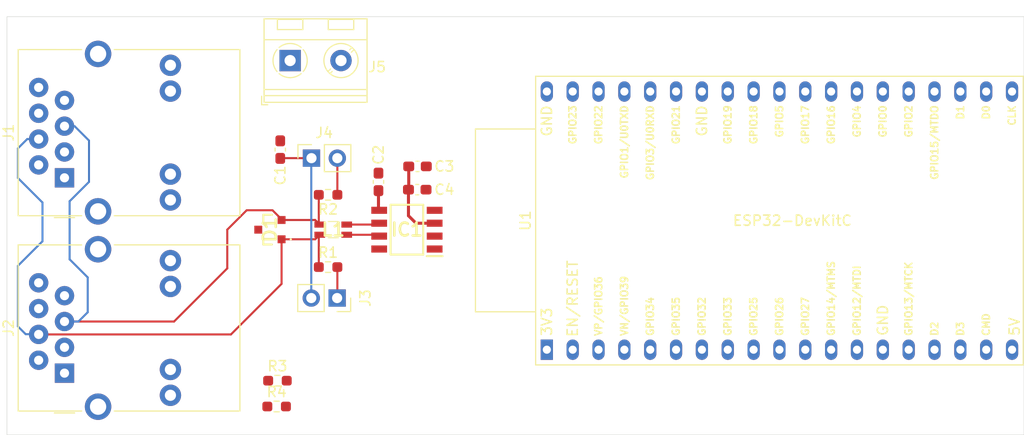
<source format=kicad_pcb>
(kicad_pcb (version 20240108) (generator "pcbnew") (generator_version "8.0")
  (layers (0 "F.Cu" signal) (31 "B.Cu" signal) (34 "B.Paste" user) (35 "F.Paste" user) (36 "B.SilkS" user "B.Silkscreen") (37 "F.SilkS" user "F.Silkscreen") (38 "B.Mask" user) (39 "F.Mask" user) (44 "Edge.Cuts" user))
  (net 0 "")
  (net 1 "GND")
  (net 2 "Net-(J3-Pin_2)")
  (net 3 "Net-(IC1-RXD)")
  (net 4 "Net-(IC1-VIO)")
  (net 5 "Net-(IC1-VCC)")
  (net 6 "Net-(IC1-CANH)")
  (net 7 "Net-(IC1-TXD)")
  (net 8 "Net-(IC1-CANL)")
  (net 9 "Net-(D1-Pad1)")
  (net 11 "Net-(D1-Pad2)")
  (net 25 "Net-(J3-Pin_1)")
  (net 26 "Net-(J4-Pin_2)")
  (net 27 "Net-(J2-Pad12)")
  (net 28 "Net-(U1-GPIO16)")
  (net 29 "Net-(U1-GPIO17)")
  (net 30 "Net-(J2-Pad10)")
  (footprint "Connector_RJ:RJ45_Bel_SI-60062-F" (layer "F.Cu") (at 39.12 112.162 90)
    (property "Reference" "J2" (at 4.445 -5.49 -90) (layer "F.SilkS"))
    (property "Value" "RJ45_LED_Shielded")
    (fp_line (start 12.62 -4.55) (end 12.615 1.69) (stroke (width 0.12)) (layer "F.SilkS"))
    (fp_line (start -3.73 -4.55) (end 12.62 -4.55) (stroke (width 0.12)) (layer "F.SilkS"))
    (fp_line (start -3.915 -1) (end -3.915 1) (stroke (width 0.12)) (layer "F.SilkS"))
    (fp_line (start -3.73 1.69) (end -3.73 -4.55) (stroke (width 0.12)) (layer "F.SilkS"))
    (fp_line (start 12.62 4.89) (end 12.62 17.24) (stroke (width 0.12)) (layer "F.SilkS"))
    (fp_line (start 12.62 17.24) (end -3.73 17.24) (stroke (width 0.12)) (layer "F.SilkS"))
    (fp_line (start -3.73 17.24) (end -3.73 4.89) (stroke (width 0.12)) (layer "F.SilkS"))
    (pad "" np_thru_hole circle (at -1.27 6.35 90) (size 3.25 3.25) (drill 3.25) (layers "*.Cu" "*.Mask"))
    (pad "" np_thru_hole circle (at 10.16 6.35 90) (size 3.25 3.25) (drill 3.25) (layers "*.Cu" "*.Mask"))
    (pad "1" thru_hole rect (at 0 0 90) (size 1.9 1.9) (drill 0.9) (layers "*.Cu" "*.Mask"))
    (pad "2" thru_hole circle (at 1.27 -2.54 90) (size 1.9 1.9) (drill 0.9) (layers "*.Cu" "*.Mask"))
    (pad "3" thru_hole circle (at 2.54 0 90) (size 1.9 1.9) (drill 0.9) (layers "*.Cu" "*.Mask"))
    (pad "4" thru_hole circle (at 3.81 -2.54 90) (size 1.9 1.9) (drill 0.9) (layers "*.Cu" "*.Mask") (net 9 "Net-(D1-Pad1)"))
    (pad "5" thru_hole circle (at 5.08 0 90) (size 1.9 1.9) (drill 0.9) (layers "*.Cu" "*.Mask") (net 11 "Net-(D1-Pad2)"))
    (pad "6" thru_hole circle (at 6.35 -2.54 90) (size 1.9 1.9) (drill 0.9) (layers "*.Cu" "*.Mask"))
    (pad "7" thru_hole circle (at 7.62 0 90) (size 1.9 1.9) (drill 0.9) (layers "*.Cu" "*.Mask"))
    (pad "8" thru_hole circle (at 8.89 -2.54 90) (size 1.9 1.9) (drill 0.9) (layers "*.Cu" "*.Mask"))
    (pad "9" thru_hole circle (at -2.18 10.41 90) (size 2.1 2.1) (drill 1.1) (layers "*.Cu" "*.Mask") (net 1 "GND"))
    (pad "10" thru_hole circle (at 0.36 10.41 90) (size 2.1 2.1) (drill 1.1) (layers "*.Cu" "*.Mask") (net 30 "Net-(J2-Pad10)"))
    (pad "11" thru_hole circle (at 8.53 10.41 90) (size 2.1 2.1) (drill 1.1) (layers "*.Cu" "*.Mask") (net 1 "GND"))
    (pad "12" thru_hole circle (at 11.07 10.41 90) (size 2.1 2.1) (drill 1.1) (layers "*.Cu" "*.Mask") (net 27 "Net-(J2-Pad12)"))
    (pad "SH" thru_hole circle (at -3.3 3.3 90) (size 2.6 2.6) (drill 1.6) (layers "*.Cu" "*.Mask"))
    (pad "SH" thru_hole circle (at 12.19 3.3 90) (size 2.6 2.6) (drill 1.6) (layers "*.Cu" "*.Mask"))
  )
  (footprint "Resistor_SMD:R_0603_1608Metric_Pad0.98x0.95mm_HandSolder" (layer "F.Cu") (at 65.024 101.727)
    (property "Reference" "R1" (at 0 -1.43 0) (layer "F.SilkS"))
    (property "Value" "R")
    (fp_line (start -0.254724 -0.5225) (end 0.254724 -0.5225) (stroke (width 0.12)) (layer "F.SilkS"))
    (fp_line (start -0.254724 0.5225) (end 0.254724 0.5225) (stroke (width 0.12)) (layer "F.SilkS"))
    (pad "1" smd roundrect (at -0.9125 0) (size 0.975 0.95) (layers "F.Cu" "F.Paste" "F.Mask") (net 9 "Net-(D1-Pad1)"))
    (pad "2" smd roundrect (at 0.9125 0) (size 0.975 0.95) (layers "F.Cu" "F.Paste" "F.Mask") (net 25 "Net-(J3-Pin_1)"))
  )
  (footprint "Connector_PinSocket_2.54mm:PinSocket_1x02_P2.54mm_Vertical" (layer "F.Cu") (at 63.393 91.009 90)
    (property "Reference" "J4" (at 2.49 1.25 0) (layer "F.SilkS"))
    (property "Value" "Conn_01x02_Pin")
    (fp_line (start 1.33 -1.33) (end 1.33 0) (stroke (width 0.12)) (layer "F.SilkS"))
    (fp_line (start 0 -1.33) (end 1.33 -1.33) (stroke (width 0.12)) (layer "F.SilkS"))
    (fp_line (start 1.33 1.27) (end 1.33 3.87) (stroke (width 0.12)) (layer "F.SilkS"))
    (fp_line (start -1.33 1.27) (end 1.33 1.27) (stroke (width 0.12)) (layer "F.SilkS"))
    (fp_line (start -1.33 1.27) (end -1.33 3.87) (stroke (width 0.12)) (layer "F.SilkS"))
    (fp_line (start -1.33 3.87) (end 1.33 3.87) (stroke (width 0.12)) (layer "F.SilkS"))
    (pad "1" thru_hole rect (at 0 0 90) (size 1.7 1.7) (drill 1) (layers "*.Cu" "*.Mask") (net 2 "Net-(J3-Pin_2)"))
    (pad "2" thru_hole oval (at 0 2.54 90) (size 1.7 1.7) (drill 1) (layers "*.Cu" "*.Mask") (net 26 "Net-(J4-Pin_2)"))
  )
  (footprint "Capacitor_SMD:C_0603_1608Metric_Pad1.08x0.95mm_HandSolder" (layer "F.Cu") (at 60.325 90.17 90)
    (property "Reference" "C1" (at -2.54 0 270) (layer "F.SilkS"))
    (property "Value" "C")
    (fp_line (start -0.146267 -0.51) (end 0.146267 -0.51) (stroke (width 0.12)) (layer "F.SilkS"))
    (fp_line (start -0.146267 0.51) (end 0.146267 0.51) (stroke (width 0.12)) (layer "F.SilkS"))
    (pad "1" smd roundrect (at -0.8625 0 90) (size 1.075 0.95) (layers "F.Cu" "F.Paste" "F.Mask") (net 2 "Net-(J3-Pin_2)"))
    (pad "2" smd roundrect (at 0.8625 0 90) (size 1.075 0.95) (layers "F.Cu" "F.Paste" "F.Mask") (net 1 "GND"))
  )
  (footprint "footprints:SDCW32162222TF" (layer "F.Cu") (at 65.532 98.044 180)
    (property "Reference" "L1" (at 0 0 180) (layer "F.SilkS") (effects (font (size 1.27 1.27) (thickness 0.254))))
    (property "Value" "SDCW3216-2-222TF" (hide yes))
    (fp_line (start -0.5 0.8) (end 0.5 0.8) (stroke (width 0.1)) (layer "F.SilkS"))
    (fp_line (start -0.5 -0.8) (end 0.5 -0.8) (stroke (width 0.1)) (layer "F.SilkS"))
    (pad "1" smd rect (at -1.325 0.5 270) (size 0.6 1.05) (layers "F.Cu" "F.Paste" "F.Mask") (net 8 "Net-(IC1-CANL)"))
    (pad "2" smd rect (at 1.325 0.5 270) (size 0.6 1.05) (layers "F.Cu" "F.Paste" "F.Mask") (net 11 "Net-(D1-Pad2)"))
    (pad "3" smd rect (at 1.325 -0.5 270) (size 0.6 1.05) (layers "F.Cu" "F.Paste" "F.Mask") (net 9 "Net-(D1-Pad1)"))
    (pad "4" smd rect (at -1.325 -0.5 270) (size 0.6 1.05) (layers "F.Cu" "F.Paste" "F.Mask") (net 6 "Net-(IC1-CANH)"))
  )
  (footprint "Capacitor_SMD:C_0603_1608Metric_Pad1.08x0.95mm_HandSolder" (layer "F.Cu") (at 73.8135 91.821)
    (property "Reference" "C3" (at 2.6405 0 0) (layer "F.SilkS"))
    (property "Value" "C")
    (fp_line (start -0.146267 -0.51) (end 0.146267 -0.51) (stroke (width 0.12)) (layer "F.SilkS"))
    (fp_line (start -0.146267 0.51) (end 0.146267 0.51) (stroke (width 0.12)) (layer "F.SilkS"))
    (pad "1" smd roundrect (at -0.8625 0) (size 1.075 0.95) (layers "F.Cu" "F.Paste" "F.Mask") (net 5 "Net-(IC1-VCC)"))
    (pad "2" smd roundrect (at 0.8625 0) (size 1.075 0.95) (layers "F.Cu" "F.Paste" "F.Mask") (net 1 "GND"))
  )
  (footprint "footprints:SM24CANB02HTG" (layer "F.Cu") (at 59.309 98.044 90)
    (property "Reference" "D1" (at 0 0 -90) (layer "F.SilkS") (effects (font (size 1.27 1.27) (thickness 0.254))))
    (property "Value" "SM24CANB-02HTG" (hide yes))
    (fp_line (start 1.46 -0.65) (end 1.46 0.2) (stroke (width 0.2)) (layer "F.SilkS"))
    (fp_line (start 0.8 -0.65) (end 1.46 -0.65) (stroke (width 0.2)) (layer "F.SilkS"))
    (fp_line (start -0.8 -0.65) (end -1.46 -0.65) (stroke (width 0.2)) (layer "F.SilkS"))
    (fp_line (start -1.46 -0.65) (end -1.46 0.2) (stroke (width 0.2)) (layer "F.SilkS"))
    (fp_line (start -0.95 2) (end -0.95 2) (stroke (width 0.1)) (layer "F.SilkS"))
    (fp_line (start -0.95 2.1) (end -0.95 2.1) (stroke (width 0.1)) (layer "F.SilkS"))
    (fp_arc (start -0.95 2) (mid -0.9 2.05) (end -0.95 2.1) (stroke (width 0.1)) (layer "F.SilkS"))
    (fp_arc (start -0.95 2.1) (mid -1 2.05) (end -0.95 2) (stroke (width 0.1)) (layer "F.SilkS"))
    (pad "1" smd rect (at -0.95 1.145 90) (size 0.78 0.78) (layers "F.Cu" "F.Paste" "F.Mask") (net 9 "Net-(D1-Pad1)"))
    (pad "2" smd rect (at 0.95 1.145 90) (size 0.78 0.78) (layers "F.Cu" "F.Paste" "F.Mask") (net 11 "Net-(D1-Pad2)"))
    (pad "3" smd rect (at 0 -1.145 90) (size 0.78 0.78) (layers "F.Cu" "F.Paste" "F.Mask") (net 1 "GND"))
  )
  (footprint "footprints:SOIC127P600X175-8N" (layer "F.Cu") (at 72.771 98.044 180)
    (property "Reference" "IC1" (at 0 0 180) (layer "F.SilkS") (effects (font (size 1.27 1.27) (thickness 0.254))))
    (property "Value" "TJA1441AT" (hide yes))
    (fp_line (start 1.6 2.45) (end -1.6 2.45) (stroke (width 0.2)) (layer "F.SilkS"))
    (fp_line (start 1.6 -2.45) (end 1.6 2.45) (stroke (width 0.2)) (layer "F.SilkS"))
    (fp_line (start -1.6 2.45) (end -1.6 -2.45) (stroke (width 0.2)) (layer "F.SilkS"))
    (fp_line (start -1.6 -2.45) (end 1.6 -2.45) (stroke (width 0.2)) (layer "F.SilkS"))
    (fp_line (start -3.5 -2.605) (end -1.95 -2.605) (stroke (width 0.2)) (layer "F.SilkS"))
    (pad "1" smd rect (at -2.725 -1.905 270) (size 0.7 1.55) (layers "F.Cu" "F.Paste" "F.Mask") (net 7 "Net-(IC1-TXD)"))
    (pad "2" smd rect (at -2.725 -0.635 270) (size 0.7 1.55) (layers "F.Cu" "F.Paste" "F.Mask") (net 1 "GND"))
    (pad "3" smd rect (at -2.725 0.635 270) (size 0.7 1.55) (layers "F.Cu" "F.Paste" "F.Mask") (net 5 "Net-(IC1-VCC)"))
    (pad "4" smd rect (at -2.725 1.905 270) (size 0.7 1.55) (layers "F.Cu" "F.Paste" "F.Mask") (net 3 "Net-(IC1-RXD)"))
    (pad "5" smd rect (at 2.725 1.905 270) (size 0.7 1.55) (layers "F.Cu" "F.Paste" "F.Mask") (net 4 "Net-(IC1-VIO)"))
    (pad "6" smd rect (at 2.725 0.635 270) (size 0.7 1.55) (layers "F.Cu" "F.Paste" "F.Mask") (net 8 "Net-(IC1-CANL)"))
    (pad "7" smd rect (at 2.725 -0.635 270) (size 0.7 1.55) (layers "F.Cu" "F.Paste" "F.Mask") (net 6 "Net-(IC1-CANH)"))
    (pad "8" smd rect (at 2.725 -1.905 270) (size 0.7 1.55) (layers "F.Cu" "F.Paste" "F.Mask") (net 1 "GND"))
  )
  (footprint "Connector_RJ:RJ45_Bel_SI-60062-F" (layer "F.Cu") (at 39.12 92.943 90)
    (property "Reference" "J1" (at 4.445 -5.49 -90) (layer "F.SilkS"))
    (property "Value" "RJ45_LED_Shielded")
    (fp_line (start 12.62 -4.55) (end 12.615 1.69) (stroke (width 0.12)) (layer "F.SilkS"))
    (fp_line (start -3.73 -4.55) (end 12.62 -4.55) (stroke (width 0.12)) (layer "F.SilkS"))
    (fp_line (start -3.915 -1) (end -3.915 1) (stroke (width 0.12)) (layer "F.SilkS"))
    (fp_line (start -3.73 1.69) (end -3.73 -4.55) (stroke (width 0.12)) (layer "F.SilkS"))
    (fp_line (start 12.62 4.89) (end 12.62 17.24) (stroke (width 0.12)) (layer "F.SilkS"))
    (fp_line (start 12.62 17.24) (end -3.73 17.24) (stroke (width 0.12)) (layer "F.SilkS"))
    (fp_line (start -3.73 17.24) (end -3.73 4.89) (stroke (width 0.12)) (layer "F.SilkS"))
    (pad "" np_thru_hole circle (at -1.27 6.35 90) (size 3.25 3.25) (drill 3.25) (layers "*.Cu" "*.Mask"))
    (pad "" np_thru_hole circle (at 10.16 6.35 90) (size 3.25 3.25) (drill 3.25) (layers "*.Cu" "*.Mask"))
    (pad "1" thru_hole rect (at 0 0 90) (size 1.9 1.9) (drill 0.9) (layers "*.Cu" "*.Mask"))
    (pad "2" thru_hole circle (at 1.27 -2.54 90) (size 1.9 1.9) (drill 0.9) (layers "*.Cu" "*.Mask"))
    (pad "3" thru_hole circle (at 2.54 0 90) (size 1.9 1.9) (drill 0.9) (layers "*.Cu" "*.Mask"))
    (pad "4" thru_hole circle (at 3.81 -2.54 90) (size 1.9 1.9) (drill 0.9) (layers "*.Cu" "*.Mask") (net 9 "Net-(D1-Pad1)"))
    (pad "5" thru_hole circle (at 5.08 0 90) (size 1.9 1.9) (drill 0.9) (layers "*.Cu" "*.Mask") (net 11 "Net-(D1-Pad2)"))
    (pad "6" thru_hole circle (at 6.35 -2.54 90) (size 1.9 1.9) (drill 0.9) (layers "*.Cu" "*.Mask"))
    (pad "7" thru_hole circle (at 7.62 0 90) (size 1.9 1.9) (drill 0.9) (layers "*.Cu" "*.Mask"))
    (pad "8" thru_hole circle (at 8.89 -2.54 90) (size 1.9 1.9) (drill 0.9) (layers "*.Cu" "*.Mask"))
    (pad "9" thru_hole circle (at -2.18 10.41 90) (size 2.1 2.1) (drill 1.1) (layers "*.Cu" "*.Mask"))
    (pad "10" thru_hole circle (at 0.36 10.41 90) (size 2.1 2.1) (drill 1.1) (layers "*.Cu" "*.Mask"))
    (pad "11" thru_hole circle (at 8.53 10.41 90) (size 2.1 2.1) (drill 1.1) (layers "*.Cu" "*.Mask"))
    (pad "12" thru_hole circle (at 11.07 10.41 90) (size 2.1 2.1) (drill 1.1) (layers "*.Cu" "*.Mask"))
    (pad "SH" thru_hole circle (at -3.3 3.3 90) (size 2.6 2.6) (drill 1.6) (layers "*.Cu" "*.Mask"))
    (pad "SH" thru_hole circle (at 12.19 3.3 90) (size 2.6 2.6) (drill 1.6) (layers "*.Cu" "*.Mask"))
  )
  (footprint "Connector_PinSocket_2.54mm:PinSocket_1x02_P2.54mm_Vertical" (layer "F.Cu") (at 65.913 104.775 -90)
    (property "Reference" "J3" (at 0 -2.77 90) (layer "F.SilkS"))
    (property "Value" "Conn_01x02_Pin")
    (fp_line (start -1.33 3.87) (end 1.33 3.87) (stroke (width 0.12)) (layer "F.SilkS"))
    (fp_line (start -1.33 1.27) (end -1.33 3.87) (stroke (width 0.12)) (layer "F.SilkS"))
    (fp_line (start -1.33 1.27) (end 1.33 1.27) (stroke (width 0.12)) (layer "F.SilkS"))
    (fp_line (start 1.33 1.27) (end 1.33 3.87) (stroke (width 0.12)) (layer "F.SilkS"))
    (fp_line (start 0 -1.33) (end 1.33 -1.33) (stroke (width 0.12)) (layer "F.SilkS"))
    (fp_line (start 1.33 -1.33) (end 1.33 0) (stroke (width 0.12)) (layer "F.SilkS"))
    (pad "1" thru_hole rect (at 0 0 270) (size 1.7 1.7) (drill 1) (layers "*.Cu" "*.Mask") (net 25 "Net-(J3-Pin_1)"))
    (pad "2" thru_hole oval (at 0 2.54 270) (size 1.7 1.7) (drill 1) (layers "*.Cu" "*.Mask") (net 2 "Net-(J3-Pin_2)"))
  )
  (footprint "Capacitor_SMD:C_0603_1608Metric_Pad1.08x0.95mm_HandSolder" (layer "F.Cu") (at 73.787 94.107)
    (property "Reference" "C4" (at 2.667 0 0) (layer "F.SilkS"))
    (property "Value" "C")
    (fp_line (start -0.146267 -0.51) (end 0.146267 -0.51) (stroke (width 0.12)) (layer "F.SilkS"))
    (fp_line (start -0.146267 0.51) (end 0.146267 0.51) (stroke (width 0.12)) (layer "F.SilkS"))
    (pad "1" smd roundrect (at -0.8625 0) (size 1.075 0.95) (layers "F.Cu" "F.Paste" "F.Mask") (net 5 "Net-(IC1-VCC)"))
    (pad "2" smd roundrect (at 0.8625 0) (size 1.075 0.95) (layers "F.Cu" "F.Paste" "F.Mask") (net 1 "GND"))
  )
  (footprint "Capacitor_SMD:C_0603_1608Metric_Pad1.08x0.95mm_HandSolder" (layer "F.Cu") (at 69.977 93.345 90)
    (property "Reference" "C2" (at 2.667 0 -90) (layer "F.SilkS"))
    (property "Value" "C")
    (fp_line (start -0.146267 -0.51) (end 0.146267 -0.51) (stroke (width 0.12)) (layer "F.SilkS"))
    (fp_line (start -0.146267 0.51) (end 0.146267 0.51) (stroke (width 0.12)) (layer "F.SilkS"))
    (pad "1" smd roundrect (at -0.8625 0 90) (size 1.075 0.95) (layers "F.Cu" "F.Paste" "F.Mask") (net 4 "Net-(IC1-VIO)"))
    (pad "2" smd roundrect (at 0.8625 0 90) (size 1.075 0.95) (layers "F.Cu" "F.Paste" "F.Mask") (net 1 "GND"))
  )
  (footprint "TerminalBlock_RND:TerminalBlock_RND_205-00045_1x02_P5.00mm_Horizontal" (layer "F.Cu") (at 61.294 81.407)
    (property "Reference" "J5" (at 8.556 0.635 360) (layer "F.SilkS"))
    (property "Value" "Screw_Terminal_01x02")
    (fp_line (start -2.8 3.51) (end -2.8 4.35) (stroke (width 0.12)) (layer "F.SilkS"))
    (fp_line (start -2.8 4.35) (end -2.2 4.35) (stroke (width 0.12)) (layer "F.SilkS"))
    (fp_line (start -2.56 -4.11) (end -2.56 4.11) (stroke (width 0.12)) (layer "F.SilkS"))
    (fp_line (start -2.56 -4.11) (end 7.56 -4.11) (stroke (width 0.12)) (layer "F.SilkS"))
    (fp_line (start -2.56 -2.05) (end 7.56 -2.05) (stroke (width 0.12)) (layer "F.SilkS"))
    (fp_line (start -2.56 2.85) (end 7.56 2.85) (stroke (width 0.12)) (layer "F.SilkS"))
    (fp_line (start -2.56 3.45) (end 7.56 3.45) (stroke (width 0.12)) (layer "F.SilkS"))
    (fp_line (start -2.56 4.11) (end 7.56 4.11) (stroke (width 0.12)) (layer "F.SilkS"))
    (fp_line (start -1.25 -4.05) (end -1.25 -3.05) (stroke (width 0.12)) (layer "F.SilkS"))
    (fp_line (start -1.25 -4.05) (end 1.25 -4.05) (stroke (width 0.12)) (layer "F.SilkS"))
    (fp_line (start -1.25 -3.05) (end 1.25 -3.05) (stroke (width 0.12)) (layer "F.SilkS"))
    (fp_line (start 1.25 -4.05) (end 1.25 -3.05) (stroke (width 0.12)) (layer "F.SilkS"))
    (fp_line (start 3.75 -4.05) (end 3.75 -3.05) (stroke (width 0.12)) (layer "F.SilkS"))
    (fp_line (start 3.75 -4.05) (end 6.25 -4.05) (stroke (width 0.12)) (layer "F.SilkS"))
    (fp_line (start 3.75 -3.05) (end 6.25 -3.05) (stroke (width 0.12)) (layer "F.SilkS"))
    (fp_line (start 3.972 0.823) (end 3.726 1.069) (stroke (width 0.12)) (layer "F.SilkS"))
    (fp_line (start 4.13 1.075) (end 3.931 1.274) (stroke (width 0.12)) (layer "F.SilkS"))
    (fp_line (start 6.07 -1.275) (end 5.859 -1.064) (stroke (width 0.12)) (layer "F.SilkS"))
    (fp_line (start 6.25 -4.05) (end 6.25 -3.05) (stroke (width 0.12)) (layer "F.SilkS"))
    (fp_line (start 6.275 -1.069) (end 6.029 -0.823) (stroke (width 0.12)) (layer "F.SilkS"))
    (fp_line (start 7.56 -4.11) (end 7.56 4.11) (stroke (width 0.12)) (layer "F.SilkS"))
    (fp_arc (start -1.288062 1.079734) (mid -1.680752 -0.000826) (end -1.287 -1.081) (stroke (width 0.12)) (layer "F.SilkS"))
    (fp_arc (start -1.079908 -1.287078) (mid 0.00006 -1.68011) (end 1.08 -1.287) (stroke (width 0.12)) (layer "F.SilkS"))
    (fp_arc (start 0.028507 1.680511) (mid -0.561826 1.584071) (end -1.081 1.287) (stroke (width 0.12)) (layer "F.SilkS"))
    (fp_arc (start 1.079883 1.286955) (mid 0.574594 1.578684) (end 0 1.68) (stroke (width 0.12)) (layer "F.SilkS"))
    (fp_arc (start 1.287078 -1.079908) (mid 1.68011 0.00006) (end 1.287 1.08) (stroke (width 0.12)) (layer "F.SilkS"))
    (fp_circle (center 5 0) (end 6.68 0) (stroke (width 0.12)) (fill none) (layer "F.SilkS"))
    (pad "1" thru_hole rect (at 0 0) (size 2.1 2.1) (drill 1.1) (layers "*.Cu" "*.Mask") (net 1 "GND"))
    (pad "2" thru_hole circle (at 5 0) (size 2.1 2.1) (drill 1.1) (layers "*.Cu" "*.Mask") (net 5 "Net-(IC1-VCC)"))
  )
  (footprint "Resistor_SMD:R_0603_1608Metric_Pad0.98x0.95mm_HandSolder" (layer "F.Cu") (at 59.9675 115.443)
    (property "Reference" "R4" (at 0 -1.43 0) (layer "F.SilkS"))
    (property "Value" "R")
    (fp_line (start -0.254724 -0.5225) (end 0.254724 -0.5225) (stroke (width 0.12)) (layer "F.SilkS"))
    (fp_line (start -0.254724 0.5225) (end 0.254724 0.5225) (stroke (width 0.12)) (layer "F.SilkS"))
    (pad "1" smd roundrect (at -0.9125 0) (size 0.975 0.95) (layers "F.Cu" "F.Paste" "F.Mask") (net 30 "Net-(J2-Pad10)"))
    (pad "2" smd roundrect (at 0.9125 0) (size 0.975 0.95) (layers "F.Cu" "F.Paste" "F.Mask") (net 29 "Net-(U1-GPIO17)"))
  )
  (footprint "Resistor_SMD:R_0603_1608Metric_Pad0.98x0.95mm_HandSolder" (layer "F.Cu") (at 60.0475 112.903)
    (property "Reference" "R3" (at 0 -1.43 0) (layer "F.SilkS"))
    (property "Value" "R")
    (fp_line (start -0.254724 -0.5225) (end 0.254724 -0.5225) (stroke (width 0.12)) (layer "F.SilkS"))
    (fp_line (start -0.254724 0.5225) (end 0.254724 0.5225) (stroke (width 0.12)) (layer "F.SilkS"))
    (pad "1" smd roundrect (at -0.9125 0) (size 0.975 0.95) (layers "F.Cu" "F.Paste" "F.Mask") (net 27 "Net-(J2-Pad12)"))
    (pad "2" smd roundrect (at 0.9125 0) (size 0.975 0.95) (layers "F.Cu" "F.Paste" "F.Mask") (net 28 "Net-(U1-GPIO16)"))
  )
  (footprint "PCM_Espressif:ESP32-DevKitC" (layer "F.Cu") (at 86.52256 109.855 90)
    (property "Reference" "U1" (at 12.7 -2.1 -90) (layer "F.SilkS"))
    (property "Value" "ESP32-DevKitC" (at 12.7 24.13 0) (layer "F.SilkS"))
    (fp_line (start 21.71332 -7.01312) (end 21.71332 -1.12032) (stroke (width 0.12)) (layer "F.SilkS"))
    (fp_line (start 3.73012 -7.01312) (end 21.71332 -7.01312) (stroke (width 0.12)) (layer "F.SilkS"))
    (fp_line (start 3.73012 -1.12032) (end 3.73012 -7.01312) (stroke (width 0.12)) (layer "F.SilkS"))
    (fp_line (start 26.9 -1.1) (end -1.499999 -1.1) (stroke (width 0.12)) (layer "F.SilkS"))
    (fp_line (start -1.499999 -1.1) (end -1.5 46.82) (stroke (width 0.12)) (layer "F.SilkS"))
    (fp_line (start 26.899999 46.82) (end 26.9 -1.1) (stroke (width 0.12)) (layer "F.SilkS"))
    (fp_line (start -1.5 46.82) (end 26.899999 46.82) (stroke (width 0.12)) (layer "F.SilkS"))
    (fp_text user "VP/GPIO36" (at 1.27 5.08 90) (layer "F.SilkS") (effects (font (size 0.7 0.7)) (justify left)))
    (fp_text user "GND" (at 24.13 0 90) (layer "F.SilkS") (effects (justify right)))
    (fp_text user "GPIO33" (at 1.27 17.78 90) (layer "F.SilkS") (effects (font (size 0.7 0.7)) (justify left)))
    (fp_text user "GPIO19" (at 24.13 17.78 90) (layer "F.SilkS") (effects (font (size 0.7 0.7)) (justify right)))
    (fp_text user "CLK" (at 24.13 45.72 90) (layer "F.SilkS") (effects (font (size 0.7 0.7)) (justify right)))
    (fp_text user "GPIO18" (at 24.13 20.32 90) (layer "F.SilkS") (effects (font (size 0.7 0.7)) (justify right)))
    (fp_text user "CMD" (at 1.27 43.18 90) (layer "F.SilkS") (effects (font (size 0.7 0.7)) (justify left)))
    (fp_text user "GPIO27" (at 1.27 25.4 90) (layer "F.SilkS") (effects (font (size 0.7 0.7)) (justify left)))
    (fp_text user "GPIO2" (at 24.13 35.56 90) (layer "F.SilkS") (effects (font (size 0.7 0.7)) (justify right)))
    (fp_text user "GPIO1/U0TXD" (at 24.13 7.62 90) (layer "F.SilkS") (effects (font (size 0.7 0.7)) (justify right)))
    (fp_text user "GPIO12/MTDI" (at 1.27 30.48 90) (layer "F.SilkS") (effects (font (size 0.7 0.7)) (justify left)))
    (fp_text user "GPIO17" (at 24.13 25.4 90) (layer "F.SilkS") (effects (font (size 0.7 0.7)) (justify right)))
    (fp_text user "D0" (at 24.13 43.18 90) (layer "F.SilkS") (effects (font (size 0.7 0.7)) (justify right)))
    (fp_text user "GPIO5" (at 24.13 22.86 90) (layer "F.SilkS") (effects (font (size 0.7 0.7)) (justify right)))
    (fp_text user "GPIO23" (at 24.13 2.54 90) (layer "F.SilkS") (effects (font (size 0.7 0.7)) (justify right)))
    (fp_text user "GPIO22" (at 24.13 5.08 90) (layer "F.SilkS") (effects (font (size 0.7 0.7)) (justify right)))
    (fp_text user "GPIO16" (at 24.13 27.94 90) (layer "F.SilkS") (effects (font (size 0.7 0.7)) (justify right)))
    (fp_text user "GPIO13/MTCK" (at 1.27 35.56 90) (layer "F.SilkS") (effects (font (size 0.7 0.7)) (justify left)))
    (fp_text user "GND" (at 1.27 33.02 90) (layer "F.SilkS") (effects (justify left)))
    (fp_text user "3V3" (at 1.27 0 90) (layer "F.SilkS") (effects (justify left)))
    (fp_text user "GPIO25" (at 1.27 20.32 90) (layer "F.SilkS") (effects (font (size 0.7 0.7)) (justify left)))
    (fp_text user "GPIO15/MTDO" (at 24.13 38.1 90) (layer "F.SilkS") (effects (font (size 0.7 0.7)) (justify right)))
    (fp_text user "GPIO4" (at 24.13 30.48 90) (layer "F.SilkS") (effects (font (size 0.7 0.7)) (justify right)))
    (fp_text user "D1" (at 24.13 40.64 90) (layer "F.SilkS") (effects (font (size 0.7 0.7)) (justify right)))
    (fp_text user "GPIO3/U0RXD" (at 24.13 10.16 90) (layer "F.SilkS") (effects (font (size 0.7 0.7)) (justify right)))
    (fp_text user "GPIO34" (at 1.27 10.16 90) (layer "F.SilkS") (effects (font (size 0.7 0.7)) (justify left)))
    (fp_text user "EN/RESET" (at 8.88632 2.53728 90) (layer "F.SilkS") (effects (justify right)))
    (fp_text user "GPIO26" (at 1.27 22.86 90) (layer "F.SilkS") (effects (font (size 0.7 0.7)) (justify left)))
    (fp_text user "GPIO35" (at 1.27 12.7 90) (layer "F.SilkS") (effects (font (size 0.7 0.7)) (justify left)))
    (fp_text user "GPIO21" (at 24.13 12.7 90) (layer "F.SilkS") (effects (font (size 0.7 0.7)) (justify right)))
    (fp_text user "D3" (at 1.27 40.64 90) (layer "F.SilkS") (effects (font (size 0.7 0.7)) (justify left)))
    (fp_text user "GPIO14/MTMS" (at 1.27 27.94 90) (layer "F.SilkS") (effects (font (size 0.7 0.7)) (justify left)))
    (fp_text user "GPIO32" (at 1.27 15.24 90) (layer "F.SilkS") (effects (font (size 0.7 0.7)) (justify left)))
    (fp_text user "5V" (at 1.26632 45.97128 90) (layer "F.SilkS") (effects (justify left)))
    (fp_text user "D2" (at 1.27 38.1 90) (layer "F.SilkS") (effects (font (size 0.7 0.7)) (justify left)))
    (fp_text user "GPIO0" (at 24.13 33.02 90) (layer "F.SilkS") (effects (font (size 0.7 0.7)) (justify right)))
    (fp_text user "GND" (at 24.13 15.24 90) (layer "F.SilkS") (effects (justify right)))
    (fp_text user "VN/GPIO39" (at 1.27 7.62 90) (layer "F.SilkS") (effects (font (size 0.7 0.7)) (justify left)))
    (pad "1" thru_hole rect (at 0 0) (size 1.2 2) (drill 0.8) (layers "*.Cu" "*.Mask") (net 4 "Net-(IC1-VIO)"))
    (pad "2" thru_hole oval (at 0 2.54) (size 1.2 2) (drill 0.8) (layers "*.Cu" "*.Mask"))
    (pad "3" thru_hole oval (at 0 5.08) (size 1.2 2) (drill 0.8) (layers "*.Cu" "*.Mask"))
    (pad "4" thru_hole oval (at 0 7.62) (size 1.2 2) (drill 0.8) (layers "*.Cu" "*.Mask"))
    (pad "5" thru_hole oval (at 0 10.16) (size 1.2 2) (drill 0.8) (layers "*.Cu" "*.Mask"))
    (pad "6" thru_hole oval (at 0 12.7) (size 1.2 2) (drill 0.8) (layers "*.Cu" "*.Mask"))
    (pad "7" thru_hole oval (at 0 15.24) (size 1.2 2) (drill 0.8) (layers "*.Cu" "*.Mask"))
    (pad "8" thru_hole oval (at 0 17.78) (size 1.2 2) (drill 0.8) (layers "*.Cu" "*.Mask"))
    (pad "9" thru_hole oval (at 0 20.32) (size 1.2 2) (drill 0.8) (layers "*.Cu" "*.Mask"))
    (pad "10" thru_hole oval (at 0 22.86) (size 1.2 2) (drill 0.8) (layers "*.Cu" "*.Mask"))
    (pad "11" thru_hole oval (at 0 25.4) (size 1.2 2) (drill 0.8) (layers "*.Cu" "*.Mask"))
    (pad "12" thru_hole oval (at 0 27.94) (size 1.2 2) (drill 0.8) (layers "*.Cu" "*.Mask"))
    (pad "13" thru_hole oval (at 0 30.48) (size 1.2 2) (drill 0.8) (layers "*.Cu" "*.Mask"))
    (pad "14" thru_hole oval (at 0 33.02) (size 1.2 2) (drill 0.8) (layers "*.Cu" "*.Mask") (net 1 "GND"))
    (pad "15" thru_hole oval (at 0 35.56) (size 1.2 2) (drill 0.8) (layers "*.Cu" "*.Mask"))
    (pad "16" thru_hole oval (at 0 38.1) (size 1.2 2) (drill 0.8) (layers "*.Cu" "*.Mask"))
    (pad "17" thru_hole oval (at 0 40.64) (size 1.2 2) (drill 0.8) (layers "*.Cu" "*.Mask"))
    (pad "18" thru_hole oval (at 0 43.18) (size 1.2 2) (drill 0.8) (layers "*.Cu" "*.Mask"))
    (pad "19" thru_hole oval (at 0 45.72) (size 1.2 2) (drill 0.8) (layers "*.Cu" "*.Mask") (net 5 "Net-(IC1-VCC)"))
    (pad "20" thru_hole oval (at 25.39632 45.71728) (size 1.2 2) (drill 0.8) (layers "*.Cu" "*.Mask"))
    (pad "21" thru_hole oval (at 25.39632 43.17728) (size 1.2 2) (drill 0.8) (layers "*.Cu" "*.Mask"))
    (pad "22" thru_hole oval (at 25.4 40.64) (size 1.2 2) (drill 0.8) (layers "*.Cu" "*.Mask"))
    (pad "23" thru_hole oval (at 25.4 38.1) (size 1.2 2) (drill 0.8) (layers "*.Cu" "*.Mask"))
    (pad "24" thru_hole oval (at 25.4 35.56) (size 1.2 2) (drill 0.8) (layers "*.Cu" "*.Mask"))
    (pad "25" thru_hole oval (at 25.4 33.02) (size 1.2 2) (drill 0.8) (layers "*.Cu" "*.Mask"))
    (pad "26" thru_hole oval (at 25.4 30.48) (size 1.2 2) (drill 0.8) (layers "*.Cu" "*.Mask") (net 3 "Net-(IC1-RXD)"))
    (pad "27" thru_hole oval (at 25.4 27.94) (size 1.2 2) (drill 0.8) (layers "*.Cu" "*.Mask") (net 28 "Net-(U1-GPIO16)"))
    (pad "28" thru_hole oval (at 25.4 25.4) (size 1.2 2) (drill 0.8) (layers "*.Cu" "*.Mask") (net 29 "Net-(U1-GPIO17)"))
    (pad "29" thru_hole oval (at 25.4 22.86) (size 1.2 2) (drill 0.8) (layers "*.Cu" "*.Mask") (net 7 "Net-(IC1-TXD)"))
    (pad "30" thru_hole oval (at 25.4 20.32) (size 1.2 2) (drill 0.8) (layers "*.Cu" "*.Mask"))
    (pad "31" thru_hole oval (at 25.4 17.78) (size 1.2 2) (drill 0.8) (layers "*.Cu" "*.Mask"))
    (pad "32" thru_hole oval (at 25.4 15.24) (size 1.2 2) (drill 0.8) (layers "*.Cu" "*.Mask") (net 1 "GND"))
    (pad "33" thru_hole oval (at 25.4 12.7) (size 1.2 2) (drill 0.8) (layers "*.Cu" "*.Mask"))
    (pad "34" thru_hole oval (at 25.4 10.16) (size 1.2 2) (drill 0.8) (layers "*.Cu" "*.Mask"))
    (pad "35" thru_hole oval (at 25.4 7.62) (size 1.2 2) (drill 0.8) (layers "*.Cu" "*.Mask"))
    (pad "36" thru_hole oval (at 25.4 5.08) (size 1.2 2) (drill 0.8) (layers "*.Cu" "*.Mask"))
    (pad "37" thru_hole oval (at 25.4 2.54) (size 1.2 2) (drill 0.8) (layers "*.Cu" "*.Mask"))
    (pad "38" thru_hole oval (at 25.4 0) (size 1.2 2) (drill 0.8) (layers "*.Cu" "*.Mask") (net 1 "GND"))
  )
  (footprint "Resistor_SMD:R_0603_1608Metric_Pad0.98x0.95mm_HandSolder" (layer "F.Cu") (at 65.024 94.615 180)
    (property "Reference" "R2" (at 0 -1.43 180) (layer "F.SilkS"))
    (property "Value" "R")
    (fp_line (start -0.254724 0.5225) (end 0.254724 0.5225) (stroke (width 0.12)) (layer "F.SilkS"))
    (fp_line (start -0.254724 -0.5225) (end 0.254724 -0.5225) (stroke (width 0.12)) (layer "F.SilkS"))
    (pad "1" smd roundrect (at -0.9125 0 180) (size 0.975 0.95) (layers "F.Cu" "F.Paste" "F.Mask") (net 26 "Net-(J4-Pin_2)"))
    (pad "2" smd roundrect (at 0.9125 0 180) (size 0.975 0.95) (layers "F.Cu" "F.Paste" "F.Mask") (net 11 "Net-(D1-Pad2)"))
  )
  (gr_rect (start 33.4645 77.089) (end 133.4135 118.237) (stroke (width 0.05)) (fill none) (layer "Edge.Cuts"))
  (segment (start 63.393 91.009) (end 60.3485 91.009) (width 0.2) (layer "F.Cu") (net 2))
  (segment (start 60.3485 91.009) (end 60.325 91.0325) (width 0.2) (layer "F.Cu") (net 2))
  (segment (start 63.373 91.029) (end 63.393 91.009) (width 0.2) (layer "B.Cu") (net 2))
  (segment (start 63.373 104.775) (end 63.373 91.029) (width 0.2) (layer "B.Cu") (net 2))
  (segment (start 69.977 94.2075) (end 69.977 96.07) (width 0.3) (layer "F.Cu") (net 4))
  (segment (start 69.977 96.07) (end 70.046 96.139) (width 0.3) (layer "F.Cu") (net 4))
  (segment (start 72.9245 96.6735) (end 73.66 97.409) (width 0.3) (layer "F.Cu") (net 5))
  (segment (start 73.66 97.409) (end 75.496 97.409) (width 0.3) (layer "F.Cu") (net 5))
  (segment (start 72.9245 94.107) (end 72.9245 96.6735) (width 0.3) (layer "F.Cu") (net 5))
  (segment (start 72.951 91.821) (end 72.951 94.0805) (width 0.3) (layer "F.Cu") (net 5))
  (segment (start 72.951 94.0805) (end 72.9245 94.107) (width 0.3) (layer "F.Cu") (net 5))
  (segment (start 69.911 98.544) (end 70.046 98.679) (width 0.2) (layer "F.Cu") (net 6))
  (segment (start 66.857 98.544) (end 69.911 98.544) (width 0.2) (layer "F.Cu") (net 6))
  (segment (start 69.911 97.544) (end 70.046 97.409) (width 0.2) (layer "F.Cu") (net 8))
  (segment (start 66.857 97.544) (end 69.911 97.544) (width 0.2) (layer "F.Cu") (net 8))
  (segment (start 60.454 98.994) (end 63.757 98.994) (width 0.2) (layer "F.Cu") (net 9))
  (segment (start 55.478 108.352) (end 60.454 103.376) (width 0.2) (layer "F.Cu") (net 9))
  (segment (start 36.58 108.352) (end 55.478 108.352) (width 0.2) (layer "F.Cu") (net 9))
  (segment (start 64.1115 101.727) (end 64.1115 98.6395) (width 0.2) (layer "F.Cu") (net 9))
  (segment (start 63.757 98.994) (end 64.207 98.544) (width 0.2) (layer "F.Cu") (net 9))
  (segment (start 64.1115 98.6395) (end 64.207 98.544) (width 0.2) (layer "F.Cu") (net 9))
  (segment (start 60.454 103.376) (end 60.454 98.994) (width 0.2) (layer "F.Cu") (net 9))
  (segment (start 35.454 89.133) (end 36.58 89.133) (width 0.2) (layer "B.Cu") (net 9))
  (segment (start 36.957 99.187) (end 34.544 101.6) (width 0.2) (layer "B.Cu") (net 9))
  (segment (start 36.957 95.377) (end 36.957 99.187) (width 0.2) (layer "B.Cu") (net 9))
  (segment (start 34.544 90.043) (end 35.454 89.133) (width 0.2) (layer "B.Cu") (net 9))
  (segment (start 34.544 101.6) (end 34.544 107.569) (width 0.2) (layer "B.Cu") (net 9))
  (segment (start 36.58 108.352) (end 36.559 108.331) (width 0.2) (layer "B.Cu") (net 9))
  (segment (start 34.544 90.043) (end 34.544 92.964) (width 0.2) (layer "B.Cu") (net 9))
  (segment (start 36.559 108.331) (end 35.306 108.331) (width 0.2) (layer "B.Cu") (net 9))
  (segment (start 35.306 108.331) (end 34.544 107.569) (width 0.2) (layer "B.Cu") (net 9))
  (segment (start 34.544 92.964) (end 36.957 95.377) (width 0.2) (layer "B.Cu") (net 9))
  (segment (start 60.454 97.094) (end 63.757 97.094) (width 0.2) (layer "F.Cu") (net 11))
  (segment (start 55.118 98.044) (end 57.023 96.139) (width 0.2) (layer "F.Cu") (net 11))
  (segment (start 55.118 101.854) (end 55.118 98.044) (width 0.2) (layer "F.Cu") (net 11))
  (segment (start 59.563 96.139) (end 60.454 97.03) (width 0.2) (layer "F.Cu") (net 11))
  (segment (start 49.89 107.082) (end 55.118 101.854) (width 0.2) (layer "F.Cu") (net 11))
  (segment (start 63.757 97.094) (end 64.207 97.544) (width 0.2) (layer "F.Cu") (net 11))
  (segment (start 57.023 96.139) (end 59.563 96.139) (width 0.2) (layer "F.Cu") (net 11))
  (segment (start 39.12 107.082) (end 49.89 107.082) (width 0.2) (layer "F.Cu") (net 11))
  (segment (start 64.1115 97.4485) (end 64.207 97.544) (width 0.2) (layer "F.Cu") (net 11))
  (segment (start 60.454 97.03) (end 60.454 97.094) (width 0.2) (layer "F.Cu") (net 11))
  (segment (start 64.1115 94.615) (end 64.1115 97.4485) (width 0.2) (layer "F.Cu") (net 11))
  (segment (start 40.111 87.863) (end 39.12 87.863) (width 0.2) (layer "B.Cu") (net 11))
  (segment (start 41.529 89.281) (end 40.111 87.863) (width 0.2) (layer "B.Cu") (net 11))
  (segment (start 41.402 106.172) (end 41.402 102.743) (width 0.2) (layer "B.Cu") (net 11))
  (segment (start 40.492 107.082) (end 41.402 106.172) (width 0.2) (layer "B.Cu") (net 11))
  (segment (start 39.624 100.965) (end 39.624 95.25) (width 0.2) (layer "B.Cu") (net 11))
  (segment (start 39.624 95.25) (end 41.529 93.345) (width 0.2) (layer "B.Cu") (net 11))
  (segment (start 39.12 107.082) (end 40.492 107.082) (width 0.2) (layer "B.Cu") (net 11))
  (segment (start 41.529 93.345) (end 41.529 89.281) (width 0.2) (layer "B.Cu") (net 11))
  (segment (start 41.402 102.743) (end 39.624 100.965) (width 0.2) (layer "B.Cu") (net 11))
  (segment (start 65.9365 104.7515) (end 65.913 104.775) (width 0.2) (layer "F.Cu") (net 25))
  (segment (start 65.9365 101.727) (end 65.9365 104.7515) (width 0.2) (layer "F.Cu") (net 25))
  (segment (start 65.9365 91.0125) (end 65.933 91.009) (width 0.2) (layer "F.Cu") (net 26))
  (segment (start 65.9365 94.615) (end 65.9365 91.0125) (width 0.2) (layer "F.Cu") (net 26))
)
</source>
